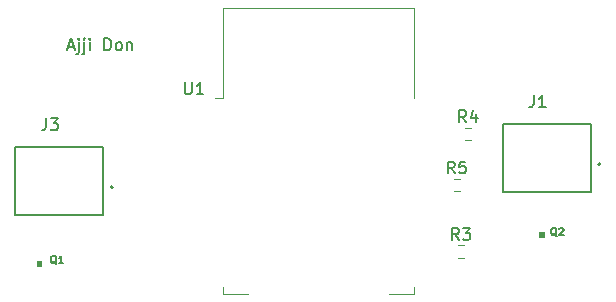
<source format=gbr>
%TF.GenerationSoftware,KiCad,Pcbnew,8.0.1*%
%TF.CreationDate,2024-04-05T19:32:32+05:30*%
%TF.ProjectId,TinyDrone,54696e79-4472-46f6-9e65-2e6b69636164,rev?*%
%TF.SameCoordinates,Original*%
%TF.FileFunction,Legend,Top*%
%TF.FilePolarity,Positive*%
%FSLAX46Y46*%
G04 Gerber Fmt 4.6, Leading zero omitted, Abs format (unit mm)*
G04 Created by KiCad (PCBNEW 8.0.1) date 2024-04-05 19:32:32*
%MOMM*%
%LPD*%
G01*
G04 APERTURE LIST*
%ADD10C,0.150000*%
%ADD11C,0.010000*%
%ADD12C,0.120000*%
%ADD13C,0.127000*%
%ADD14C,0.200000*%
G04 APERTURE END LIST*
D10*
X84289160Y-69084104D02*
X84765350Y-69084104D01*
X84193922Y-69369819D02*
X84527255Y-68369819D01*
X84527255Y-68369819D02*
X84860588Y-69369819D01*
X85193922Y-68703152D02*
X85193922Y-69560295D01*
X85193922Y-69560295D02*
X85146303Y-69655533D01*
X85146303Y-69655533D02*
X85051065Y-69703152D01*
X85051065Y-69703152D02*
X85003446Y-69703152D01*
X85193922Y-68369819D02*
X85146303Y-68417438D01*
X85146303Y-68417438D02*
X85193922Y-68465057D01*
X85193922Y-68465057D02*
X85241541Y-68417438D01*
X85241541Y-68417438D02*
X85193922Y-68369819D01*
X85193922Y-68369819D02*
X85193922Y-68465057D01*
X85670112Y-68703152D02*
X85670112Y-69560295D01*
X85670112Y-69560295D02*
X85622493Y-69655533D01*
X85622493Y-69655533D02*
X85527255Y-69703152D01*
X85527255Y-69703152D02*
X85479636Y-69703152D01*
X85670112Y-68369819D02*
X85622493Y-68417438D01*
X85622493Y-68417438D02*
X85670112Y-68465057D01*
X85670112Y-68465057D02*
X85717731Y-68417438D01*
X85717731Y-68417438D02*
X85670112Y-68369819D01*
X85670112Y-68369819D02*
X85670112Y-68465057D01*
X86146302Y-69369819D02*
X86146302Y-68703152D01*
X86146302Y-68369819D02*
X86098683Y-68417438D01*
X86098683Y-68417438D02*
X86146302Y-68465057D01*
X86146302Y-68465057D02*
X86193921Y-68417438D01*
X86193921Y-68417438D02*
X86146302Y-68369819D01*
X86146302Y-68369819D02*
X86146302Y-68465057D01*
X87384397Y-69369819D02*
X87384397Y-68369819D01*
X87384397Y-68369819D02*
X87622492Y-68369819D01*
X87622492Y-68369819D02*
X87765349Y-68417438D01*
X87765349Y-68417438D02*
X87860587Y-68512676D01*
X87860587Y-68512676D02*
X87908206Y-68607914D01*
X87908206Y-68607914D02*
X87955825Y-68798390D01*
X87955825Y-68798390D02*
X87955825Y-68941247D01*
X87955825Y-68941247D02*
X87908206Y-69131723D01*
X87908206Y-69131723D02*
X87860587Y-69226961D01*
X87860587Y-69226961D02*
X87765349Y-69322200D01*
X87765349Y-69322200D02*
X87622492Y-69369819D01*
X87622492Y-69369819D02*
X87384397Y-69369819D01*
X88527254Y-69369819D02*
X88432016Y-69322200D01*
X88432016Y-69322200D02*
X88384397Y-69274580D01*
X88384397Y-69274580D02*
X88336778Y-69179342D01*
X88336778Y-69179342D02*
X88336778Y-68893628D01*
X88336778Y-68893628D02*
X88384397Y-68798390D01*
X88384397Y-68798390D02*
X88432016Y-68750771D01*
X88432016Y-68750771D02*
X88527254Y-68703152D01*
X88527254Y-68703152D02*
X88670111Y-68703152D01*
X88670111Y-68703152D02*
X88765349Y-68750771D01*
X88765349Y-68750771D02*
X88812968Y-68798390D01*
X88812968Y-68798390D02*
X88860587Y-68893628D01*
X88860587Y-68893628D02*
X88860587Y-69179342D01*
X88860587Y-69179342D02*
X88812968Y-69274580D01*
X88812968Y-69274580D02*
X88765349Y-69322200D01*
X88765349Y-69322200D02*
X88670111Y-69369819D01*
X88670111Y-69369819D02*
X88527254Y-69369819D01*
X89289159Y-68703152D02*
X89289159Y-69369819D01*
X89289159Y-68798390D02*
X89336778Y-68750771D01*
X89336778Y-68750771D02*
X89432016Y-68703152D01*
X89432016Y-68703152D02*
X89574873Y-68703152D01*
X89574873Y-68703152D02*
X89670111Y-68750771D01*
X89670111Y-68750771D02*
X89717730Y-68846009D01*
X89717730Y-68846009D02*
X89717730Y-69369819D01*
X83308961Y-87479732D02*
X83247923Y-87449213D01*
X83247923Y-87449213D02*
X83186885Y-87388175D01*
X83186885Y-87388175D02*
X83095327Y-87296617D01*
X83095327Y-87296617D02*
X83034289Y-87266098D01*
X83034289Y-87266098D02*
X82973251Y-87266098D01*
X83003770Y-87418694D02*
X82942732Y-87388175D01*
X82942732Y-87388175D02*
X82881693Y-87327136D01*
X82881693Y-87327136D02*
X82851174Y-87205060D01*
X82851174Y-87205060D02*
X82851174Y-86991426D01*
X82851174Y-86991426D02*
X82881693Y-86869349D01*
X82881693Y-86869349D02*
X82942732Y-86808311D01*
X82942732Y-86808311D02*
X83003770Y-86777792D01*
X83003770Y-86777792D02*
X83125846Y-86777792D01*
X83125846Y-86777792D02*
X83186885Y-86808311D01*
X83186885Y-86808311D02*
X83247923Y-86869349D01*
X83247923Y-86869349D02*
X83278442Y-86991426D01*
X83278442Y-86991426D02*
X83278442Y-87205060D01*
X83278442Y-87205060D02*
X83247923Y-87327136D01*
X83247923Y-87327136D02*
X83186885Y-87388175D01*
X83186885Y-87388175D02*
X83125846Y-87418694D01*
X83125846Y-87418694D02*
X83003770Y-87418694D01*
X83888825Y-87418694D02*
X83522595Y-87418694D01*
X83705710Y-87418694D02*
X83705710Y-86777792D01*
X83705710Y-86777792D02*
X83644672Y-86869349D01*
X83644672Y-86869349D02*
X83583633Y-86930387D01*
X83583633Y-86930387D02*
X83522595Y-86960907D01*
X118010833Y-75464819D02*
X117677500Y-74988628D01*
X117439405Y-75464819D02*
X117439405Y-74464819D01*
X117439405Y-74464819D02*
X117820357Y-74464819D01*
X117820357Y-74464819D02*
X117915595Y-74512438D01*
X117915595Y-74512438D02*
X117963214Y-74560057D01*
X117963214Y-74560057D02*
X118010833Y-74655295D01*
X118010833Y-74655295D02*
X118010833Y-74798152D01*
X118010833Y-74798152D02*
X117963214Y-74893390D01*
X117963214Y-74893390D02*
X117915595Y-74941009D01*
X117915595Y-74941009D02*
X117820357Y-74988628D01*
X117820357Y-74988628D02*
X117439405Y-74988628D01*
X118867976Y-74798152D02*
X118867976Y-75464819D01*
X118629881Y-74417200D02*
X118391786Y-75131485D01*
X118391786Y-75131485D02*
X119010833Y-75131485D01*
X123731666Y-73189819D02*
X123731666Y-73904104D01*
X123731666Y-73904104D02*
X123684047Y-74046961D01*
X123684047Y-74046961D02*
X123588809Y-74142200D01*
X123588809Y-74142200D02*
X123445952Y-74189819D01*
X123445952Y-74189819D02*
X123350714Y-74189819D01*
X124731666Y-74189819D02*
X124160238Y-74189819D01*
X124445952Y-74189819D02*
X124445952Y-73189819D01*
X124445952Y-73189819D02*
X124350714Y-73332676D01*
X124350714Y-73332676D02*
X124255476Y-73427914D01*
X124255476Y-73427914D02*
X124160238Y-73475533D01*
X125678961Y-85109732D02*
X125617923Y-85079213D01*
X125617923Y-85079213D02*
X125556885Y-85018175D01*
X125556885Y-85018175D02*
X125465327Y-84926617D01*
X125465327Y-84926617D02*
X125404289Y-84896098D01*
X125404289Y-84896098D02*
X125343251Y-84896098D01*
X125373770Y-85048694D02*
X125312732Y-85018175D01*
X125312732Y-85018175D02*
X125251693Y-84957136D01*
X125251693Y-84957136D02*
X125221174Y-84835060D01*
X125221174Y-84835060D02*
X125221174Y-84621426D01*
X125221174Y-84621426D02*
X125251693Y-84499349D01*
X125251693Y-84499349D02*
X125312732Y-84438311D01*
X125312732Y-84438311D02*
X125373770Y-84407792D01*
X125373770Y-84407792D02*
X125495846Y-84407792D01*
X125495846Y-84407792D02*
X125556885Y-84438311D01*
X125556885Y-84438311D02*
X125617923Y-84499349D01*
X125617923Y-84499349D02*
X125648442Y-84621426D01*
X125648442Y-84621426D02*
X125648442Y-84835060D01*
X125648442Y-84835060D02*
X125617923Y-84957136D01*
X125617923Y-84957136D02*
X125556885Y-85018175D01*
X125556885Y-85018175D02*
X125495846Y-85048694D01*
X125495846Y-85048694D02*
X125373770Y-85048694D01*
X125892595Y-84468830D02*
X125923114Y-84438311D01*
X125923114Y-84438311D02*
X125984153Y-84407792D01*
X125984153Y-84407792D02*
X126136748Y-84407792D01*
X126136748Y-84407792D02*
X126197787Y-84438311D01*
X126197787Y-84438311D02*
X126228306Y-84468830D01*
X126228306Y-84468830D02*
X126258825Y-84529868D01*
X126258825Y-84529868D02*
X126258825Y-84590907D01*
X126258825Y-84590907D02*
X126228306Y-84682464D01*
X126228306Y-84682464D02*
X125862076Y-85048694D01*
X125862076Y-85048694D02*
X126258825Y-85048694D01*
X117393333Y-85424819D02*
X117060000Y-84948628D01*
X116821905Y-85424819D02*
X116821905Y-84424819D01*
X116821905Y-84424819D02*
X117202857Y-84424819D01*
X117202857Y-84424819D02*
X117298095Y-84472438D01*
X117298095Y-84472438D02*
X117345714Y-84520057D01*
X117345714Y-84520057D02*
X117393333Y-84615295D01*
X117393333Y-84615295D02*
X117393333Y-84758152D01*
X117393333Y-84758152D02*
X117345714Y-84853390D01*
X117345714Y-84853390D02*
X117298095Y-84901009D01*
X117298095Y-84901009D02*
X117202857Y-84948628D01*
X117202857Y-84948628D02*
X116821905Y-84948628D01*
X117726667Y-84424819D02*
X118345714Y-84424819D01*
X118345714Y-84424819D02*
X118012381Y-84805771D01*
X118012381Y-84805771D02*
X118155238Y-84805771D01*
X118155238Y-84805771D02*
X118250476Y-84853390D01*
X118250476Y-84853390D02*
X118298095Y-84901009D01*
X118298095Y-84901009D02*
X118345714Y-84996247D01*
X118345714Y-84996247D02*
X118345714Y-85234342D01*
X118345714Y-85234342D02*
X118298095Y-85329580D01*
X118298095Y-85329580D02*
X118250476Y-85377200D01*
X118250476Y-85377200D02*
X118155238Y-85424819D01*
X118155238Y-85424819D02*
X117869524Y-85424819D01*
X117869524Y-85424819D02*
X117774286Y-85377200D01*
X117774286Y-85377200D02*
X117726667Y-85329580D01*
X94188095Y-72094819D02*
X94188095Y-72904342D01*
X94188095Y-72904342D02*
X94235714Y-72999580D01*
X94235714Y-72999580D02*
X94283333Y-73047200D01*
X94283333Y-73047200D02*
X94378571Y-73094819D01*
X94378571Y-73094819D02*
X94569047Y-73094819D01*
X94569047Y-73094819D02*
X94664285Y-73047200D01*
X94664285Y-73047200D02*
X94711904Y-72999580D01*
X94711904Y-72999580D02*
X94759523Y-72904342D01*
X94759523Y-72904342D02*
X94759523Y-72094819D01*
X95759523Y-73094819D02*
X95188095Y-73094819D01*
X95473809Y-73094819D02*
X95473809Y-72094819D01*
X95473809Y-72094819D02*
X95378571Y-72237676D01*
X95378571Y-72237676D02*
X95283333Y-72332914D01*
X95283333Y-72332914D02*
X95188095Y-72380533D01*
X82441666Y-75149819D02*
X82441666Y-75864104D01*
X82441666Y-75864104D02*
X82394047Y-76006961D01*
X82394047Y-76006961D02*
X82298809Y-76102200D01*
X82298809Y-76102200D02*
X82155952Y-76149819D01*
X82155952Y-76149819D02*
X82060714Y-76149819D01*
X82822619Y-75149819D02*
X83441666Y-75149819D01*
X83441666Y-75149819D02*
X83108333Y-75530771D01*
X83108333Y-75530771D02*
X83251190Y-75530771D01*
X83251190Y-75530771D02*
X83346428Y-75578390D01*
X83346428Y-75578390D02*
X83394047Y-75626009D01*
X83394047Y-75626009D02*
X83441666Y-75721247D01*
X83441666Y-75721247D02*
X83441666Y-75959342D01*
X83441666Y-75959342D02*
X83394047Y-76054580D01*
X83394047Y-76054580D02*
X83346428Y-76102200D01*
X83346428Y-76102200D02*
X83251190Y-76149819D01*
X83251190Y-76149819D02*
X82965476Y-76149819D01*
X82965476Y-76149819D02*
X82870238Y-76102200D01*
X82870238Y-76102200D02*
X82822619Y-76054580D01*
X117043333Y-79794819D02*
X116710000Y-79318628D01*
X116471905Y-79794819D02*
X116471905Y-78794819D01*
X116471905Y-78794819D02*
X116852857Y-78794819D01*
X116852857Y-78794819D02*
X116948095Y-78842438D01*
X116948095Y-78842438D02*
X116995714Y-78890057D01*
X116995714Y-78890057D02*
X117043333Y-78985295D01*
X117043333Y-78985295D02*
X117043333Y-79128152D01*
X117043333Y-79128152D02*
X116995714Y-79223390D01*
X116995714Y-79223390D02*
X116948095Y-79271009D01*
X116948095Y-79271009D02*
X116852857Y-79318628D01*
X116852857Y-79318628D02*
X116471905Y-79318628D01*
X117948095Y-78794819D02*
X117471905Y-78794819D01*
X117471905Y-78794819D02*
X117424286Y-79271009D01*
X117424286Y-79271009D02*
X117471905Y-79223390D01*
X117471905Y-79223390D02*
X117567143Y-79175771D01*
X117567143Y-79175771D02*
X117805238Y-79175771D01*
X117805238Y-79175771D02*
X117900476Y-79223390D01*
X117900476Y-79223390D02*
X117948095Y-79271009D01*
X117948095Y-79271009D02*
X117995714Y-79366247D01*
X117995714Y-79366247D02*
X117995714Y-79604342D01*
X117995714Y-79604342D02*
X117948095Y-79699580D01*
X117948095Y-79699580D02*
X117900476Y-79747200D01*
X117900476Y-79747200D02*
X117805238Y-79794819D01*
X117805238Y-79794819D02*
X117567143Y-79794819D01*
X117567143Y-79794819D02*
X117471905Y-79747200D01*
X117471905Y-79747200D02*
X117424286Y-79699580D01*
D11*
%TO.C,Q1*%
X82040000Y-87661007D02*
X81637380Y-87661007D01*
X81637380Y-87260000D01*
X82040000Y-87260000D01*
X82040000Y-87661007D01*
G36*
X82040000Y-87661007D02*
G01*
X81637380Y-87661007D01*
X81637380Y-87260000D01*
X82040000Y-87260000D01*
X82040000Y-87661007D01*
G37*
D12*
%TO.C,R4*%
X117922776Y-75917500D02*
X118432224Y-75917500D01*
X117922776Y-76962500D02*
X118432224Y-76962500D01*
D13*
%TO.C,J1*%
X121140000Y-75620000D02*
X128540000Y-75620000D01*
X121140000Y-81370000D02*
X121140000Y-75620000D01*
X128540000Y-75620000D02*
X128540000Y-81370000D01*
X128540000Y-81370000D02*
X121140000Y-81370000D01*
D14*
X129380000Y-79020000D02*
G75*
G02*
X129180000Y-79020000I-100000J0D01*
G01*
X129180000Y-79020000D02*
G75*
G02*
X129380000Y-79020000I100000J0D01*
G01*
D11*
%TO.C,Q2*%
X124560000Y-85201007D02*
X124157380Y-85201007D01*
X124157380Y-84800000D01*
X124560000Y-84800000D01*
X124560000Y-85201007D01*
G36*
X124560000Y-85201007D02*
G01*
X124157380Y-85201007D01*
X124157380Y-84800000D01*
X124560000Y-84800000D01*
X124560000Y-85201007D01*
G37*
D12*
%TO.C,R3*%
X117305276Y-85877500D02*
X117814724Y-85877500D01*
X117305276Y-86922500D02*
X117814724Y-86922500D01*
%TO.C,U1*%
X97390000Y-65780000D02*
X113630000Y-65780000D01*
X97390000Y-73400000D02*
X96780000Y-73400000D01*
X97390000Y-73400000D02*
X97390000Y-65780000D01*
X97390000Y-90020000D02*
X97390000Y-89400000D01*
X99510000Y-90020000D02*
X97390000Y-90020000D01*
X113630000Y-65780000D02*
X113630000Y-73400000D01*
X113630000Y-89400000D02*
X113630000Y-90020000D01*
X113630000Y-90020000D02*
X111510000Y-90020000D01*
D13*
%TO.C,J3*%
X79850000Y-77580000D02*
X87250000Y-77580000D01*
X79850000Y-83330000D02*
X79850000Y-77580000D01*
X87250000Y-77580000D02*
X87250000Y-83330000D01*
X87250000Y-83330000D02*
X79850000Y-83330000D01*
D14*
X88090000Y-80980000D02*
G75*
G02*
X87890000Y-80980000I-100000J0D01*
G01*
X87890000Y-80980000D02*
G75*
G02*
X88090000Y-80980000I100000J0D01*
G01*
D12*
%TO.C,R5*%
X116955276Y-80247500D02*
X117464724Y-80247500D01*
X116955276Y-81292500D02*
X117464724Y-81292500D01*
%TD*%
M02*

</source>
